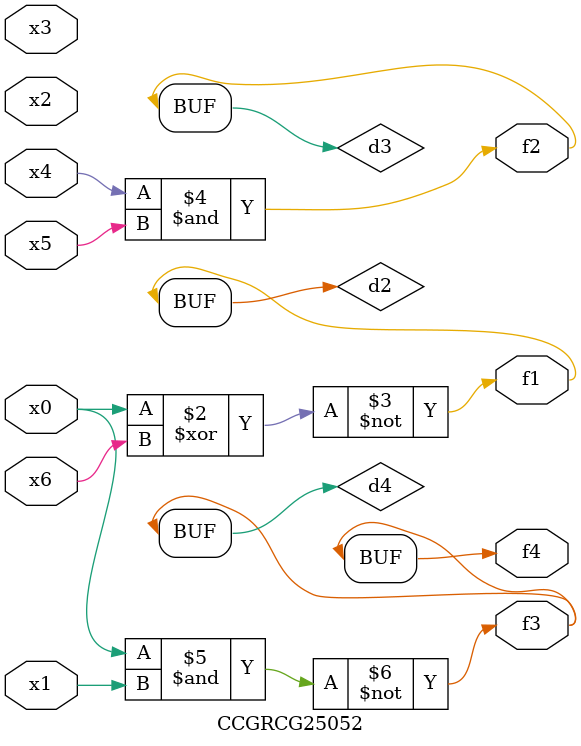
<source format=v>
module CCGRCG25052(
	input x0, x1, x2, x3, x4, x5, x6,
	output f1, f2, f3, f4
);

	wire d1, d2, d3, d4;

	nor (d1, x0);
	xnor (d2, x0, x6);
	and (d3, x4, x5);
	nand (d4, x0, x1);
	assign f1 = d2;
	assign f2 = d3;
	assign f3 = d4;
	assign f4 = d4;
endmodule

</source>
